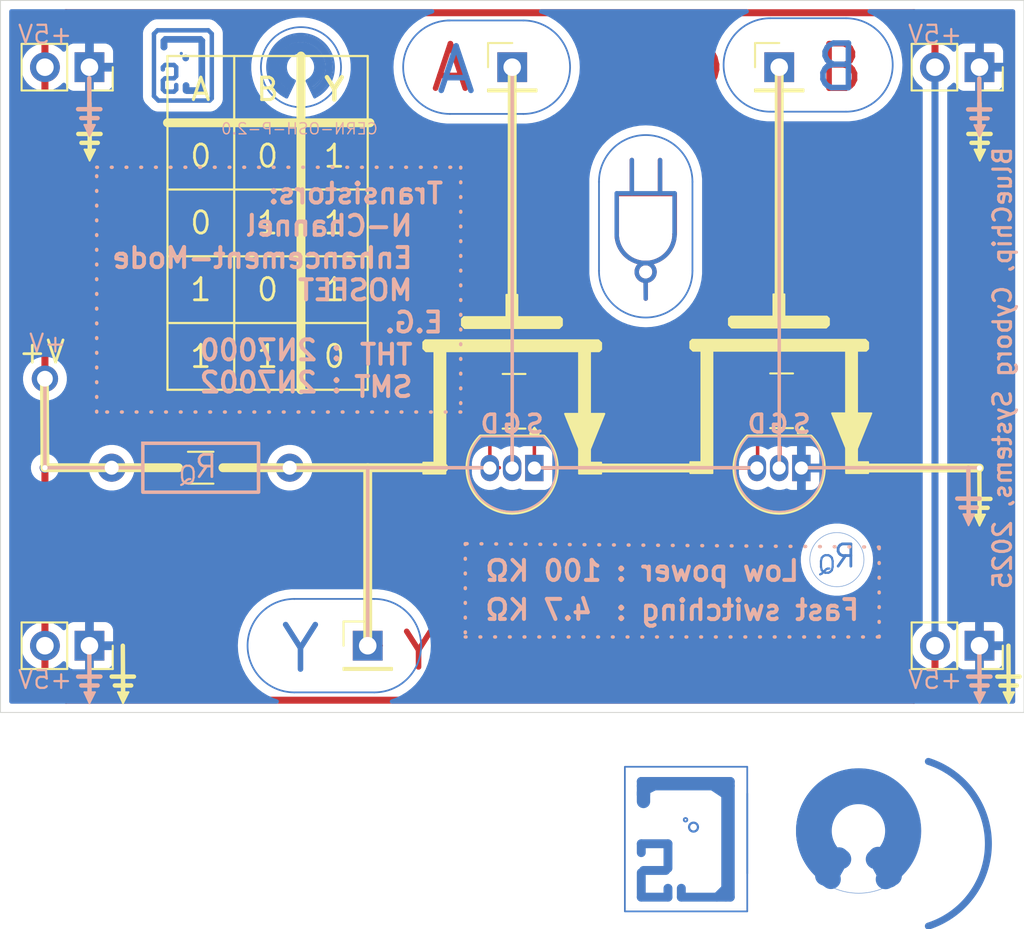
<source format=kicad_pcb>
(kicad_pcb (version 20241229) (generator "pcbnew") (generator_version "9.0")
  (layers (0 "F.Cu" signal) (2 "B.Cu" signal) (13 "F.Paste" user) (15 "B.Paste" user) (5 "F.SilkS" user "F.Silkscreen") (7 "B.SilkS" user "B.Silkscreen") (1 "F.Mask" user) (3 "B.Mask" user) (25 "Edge.Cuts" user))
  (net 0 "")
  (net 1 "Net-(A1-Pin_1)")
  (net 2 "Net-(B1-Pin_1)")
  (net 3 "GNDREF")
  (net 4 "VDD")
  (net 5 "Net-(Q13-D)")
  (net 6 "Net-(Q13-S)")
  (footprint "Connector_PinHeader_2.54mm:PinHeader_1x01_P2.54mm_Vertical" (layer "F.Cu") (at 242.561731 106.68329)
    (property "Reference" "B1" (hide yes))
    (property "Value" "Conn_01x01_Pin" (hide yes))
    (fp_line (start -1.38 -1.38) (end 0 -1.38) (stroke (width 0.12)) (layer "F.SilkS"))
    (fp_line (start -1.38 0) (end -1.38 -1.38) (stroke (width 0.12)) (layer "F.SilkS"))
    (fp_line (start -1.38 1.27) (end -1.38 1.38) (stroke (width 0.12)) (layer "F.SilkS"))
    (fp_line (start -1.38 1.27) (end 1.38 1.27) (stroke (width 0.12)) (layer "F.SilkS"))
    (fp_line (start -1.38 1.38) (end 1.38 1.38) (stroke (width 0.12)) (layer "F.SilkS"))
    (fp_line (start 1.38 1.27) (end 1.38 1.38) (stroke (width 0.12)) (layer "F.SilkS"))
    (pad "1" thru_hole rect (at 0 0) (size 1.7 1.7) (drill 1) (layers "*.Cu" "*.Mask") (net 2 "Net-(B1-Pin_1)"))
  )
  (footprint "Connector_PinHeader_2.54mm:PinHeader_1x01_P2.54mm_Vertical" (layer "F.Cu") (at 227.321731 106.68329)
    (property "Reference" "A1" (hide yes))
    (property "Value" "Conn_01x01_Pin" (hide yes))
    (fp_line (start -1.38 -1.38) (end 0 -1.38) (stroke (width 0.12)) (layer "F.SilkS"))
    (fp_line (start -1.38 0) (end -1.38 -1.38) (stroke (width 0.12)) (layer "F.SilkS"))
    (fp_line (start -1.38 1.27) (end -1.38 1.38) (stroke (width 0.12)) (layer "F.SilkS"))
    (fp_line (start -1.38 1.27) (end 1.38 1.27) (stroke (width 0.12)) (layer "F.SilkS"))
    (fp_line (start -1.38 1.38) (end 1.38 1.38) (stroke (width 0.12)) (layer "F.SilkS"))
    (fp_line (start 1.38 1.27) (end 1.38 1.38) (stroke (width 0.12)) (layer "F.SilkS"))
    (pad "1" thru_hole rect (at 0 0) (size 1.7 1.7) (drill 1) (layers "*.Cu" "*.Mask") (net 1 "Net-(A1-Pin_1)"))
  )
  (footprint "Package_TO_SOT_THT:TO-92_Inline" (layer "F.Cu") (at 228.586283 129.561263 180)
    (property "Reference" "Q3" (hide yes))
    (property "Value" "2N7000" (hide yes))
    (fp_line (start -0.53 1.85) (end 3.07 1.85) (stroke (width 0.12)) (layer "F.SilkS"))
    (fp_arc (start 1.27 -2.6) (mid 3.672087 -0.994977) (end 3.108478 1.838478) (stroke (width 0.12)) (layer "F.SilkS"))
    (fp_arc (start -0.568478 1.838478) (mid -1.132087 -0.994977) (end 1.27 -2.6) (stroke (width 0.12)) (layer "F.SilkS"))
    (pad "1" thru_hole rect (at 0 0 180) (size 1.05 1.5) (drill 0.75) (layers "*.Cu" "*.Mask") (net 6 "Net-(Q13-S)"))
    (pad "2" thru_hole oval (at 1.27 0 180) (size 1.05 1.5) (drill 0.75) (layers "*.Cu" "*.Mask") (net 1 "Net-(A1-Pin_1)"))
    (pad "3" thru_hole oval (at 2.54 0 180) (size 1.05 1.5) (drill 0.75) (layers "*.Cu" "*.Mask") (net 5 "Net-(Q13-D)"))
  )
  (footprint "Connector_PinSocket_2.54mm:PinSocket_1x02_P2.54mm_Vertical" (layer "F.Cu") (at 203.191731 106.68329 -90)
    (property "Reference" "J1" (hide yes))
    (property "Value" "Conn_01x02_Pin" (hide yes))
    (fp_line (start -1.33 3.87) (end 1.33 3.87) (stroke (width 0.12)) (layer "F.SilkS"))
    (fp_line (start -1.33 1.270001) (end -1.33 3.87) (stroke (width 0.12)) (layer "F.SilkS"))
    (fp_line (start -1.33 1.270001) (end 1.33 1.270001) (stroke (width 0.12)) (layer "F.SilkS"))
    (fp_line (start 1.33 1.270001) (end 1.33 3.87) (stroke (width 0.12)) (layer "F.SilkS"))
    (fp_line (start 0 -1.33) (end 1.33 -1.33) (stroke (width 0.12)) (layer "F.SilkS"))
    (fp_line (start 1.33 -1.33) (end 1.33 0) (stroke (width 0.12)) (layer "F.SilkS"))
    (pad "1" thru_hole rect (at 0 0 270) (size 1.7 1.7) (drill 1) (layers "*.Cu" "*.Mask") (net 3 "GNDREF"))
    (pad "2" thru_hole circle (at 0 2.54 270) (size 1.7 1.7) (drill 1) (layers "*.Cu" "*.Mask") (net 4 "VDD"))
  )
  (footprint "Resistor_THT:R_Axial_DIN0207_L6.3mm_D2.5mm_P10.16mm_Horizontal" (layer "F.Cu") (at 204.461731 129.54329)
    (property "Reference" "R5" (hide yes))
    (property "Value" "R" (hide yes))
    (fp_line (start 1.04 0) (end 1.81 0) (stroke (width 0.12)) (layer "F.SilkS"))
    (fp_line (start 1.81 -1.37) (end 1.81 1.37) (stroke (width 0.12)) (layer "F.SilkS"))
    (fp_line (start 1.81 1.37) (end 8.35 1.37) (stroke (width 0.12)) (layer "F.SilkS"))
    (fp_line (start 8.35 -1.37) (end 1.81 -1.37) (stroke (width 0.12)) (layer "F.SilkS"))
    (fp_line (start 8.35 1.37) (end 8.35 -1.37) (stroke (width 0.12)) (layer "F.SilkS"))
    (fp_line (start 9.12 0) (end 8.35 0) (stroke (width 0.12)) (layer "F.SilkS"))
    (pad "1" thru_hole circle (at 0 0) (size 1.6 1.6) (drill 0.8) (layers "*.Cu" "*.Mask") (net 4 "VDD"))
    (pad "2" thru_hole oval (at 10.16 0) (size 1.6 1.6) (drill 0.8) (layers "*.Cu" "*.Mask") (net 5 "Net-(Q13-D)"))
  )
  (footprint "Package_TO_SOT_SMD:SOT-23" (layer "F.Cu") (at 242.698473 125.722971 180)
    (property "Reference" "Q14" (hide yes))
    (property "Value" "2N7000" (hide yes))
    (fp_line (start 0 1.56) (end 0.65 1.56) (stroke (width 0.12)) (layer "F.SilkS"))
    (fp_line (start 0 1.56) (end -0.65 1.56) (stroke (width 0.12)) (layer "F.SilkS"))
    (fp_line (start 0 -1.56) (end 0.65 -1.56) (stroke (width 0.12)) (layer "F.SilkS"))
    (fp_line (start 0 -1.56) (end -0.65 -1.56) (stroke (width 0.12)) (layer "F.SilkS"))
    (fp_poly (pts (xy -1.1625 -1.51) (xy -1.4025 -1.84) (xy -0.9225 -1.84)) (stroke (width 0.12)) (fill yes) (layer "F.SilkS"))
    (pad "1" smd roundrect (at -0.9375 -0.95 180) (size 1.475 0.6) (layers "F.Cu" "F.Mask" "F.Paste") (net 3 "GNDREF"))
    (pad "2" smd roundrect (at -0.9375 0.95 180) (size 1.475 0.6) (layers "F.Cu" "F.Mask" "F.Paste") (net 2 "Net-(B1-Pin_1)"))
    (pad "3" smd roundrect (at 0.9375 0 180) (size 1.475 0.6) (layers "F.Cu" "F.Mask" "F.Paste") (net 6 "Net-(Q13-S)"))
  )
  (footprint "Connector_PinSocket_2.54mm:PinSocket_1x02_P2.54mm_Vertical" (layer "F.Cu") (at 253.991731 139.70329 -90)
    (property "Reference" "J3" (hide yes))
    (property "Value" "Conn_01x02_Pin" (hide yes))
    (fp_line (start -1.33 3.87) (end 1.33 3.87) (stroke (width 0.12)) (layer "F.SilkS"))
    (fp_line (start -1.33 1.270001) (end -1.33 3.87) (stroke (width 0.12)) (layer "F.SilkS"))
    (fp_line (start -1.33 1.270001) (end 1.33 1.270001) (stroke (width 0.12)) (layer "F.SilkS"))
    (fp_line (start 1.33 1.270001) (end 1.33 3.87) (stroke (width 0.12)) (layer "F.SilkS"))
    (fp_line (start 0 -1.33) (end 1.33 -1.33) (stroke (width 0.12)) (layer "F.SilkS"))
    (fp_line (start 1.33 -1.33) (end 1.33 0) (stroke (width 0.12)) (layer "F.SilkS"))
    (pad "1" thru_hole rect (at 0 0 270) (size 1.7 1.7) (drill 1) (layers "*.Cu" "*.Mask") (net 3 "GNDREF"))
    (pad "2" thru_hole circle (at 0 2.54 270) (size 1.7 1.7) (drill 1) (layers "*.Cu" "*.Mask") (net 4 "VDD"))
  )
  (footprint "Connector_PinSocket_2.54mm:PinSocket_1x02_P2.54mm_Vertical" (layer "F.Cu") (at 253.991731 106.68329 -90)
    (property "Reference" "J4" (hide yes))
    (property "Value" "Conn_01x02_Pin" (hide yes))
    (fp_line (start -1.33 3.87) (end 1.33 3.87) (stroke (width 0.12)) (layer "F.SilkS"))
    (fp_line (start -1.33 1.270001) (end -1.33 3.87) (stroke (width 0.12)) (layer "F.SilkS"))
    (fp_line (start -1.33 1.270001) (end 1.33 1.270001) (stroke (width 0.12)) (layer "F.SilkS"))
    (fp_line (start 1.33 1.270001) (end 1.33 3.87) (stroke (width 0.12)) (layer "F.SilkS"))
    (fp_line (start 0 -1.33) (end 1.33 -1.33) (stroke (width 0.12)) (layer "F.SilkS"))
    (fp_line (start 1.33 -1.33) (end 1.33 0) (stroke (width 0.12)) (layer "F.SilkS"))
    (pad "1" thru_hole rect (at 0 0 270) (size 1.7 1.7) (drill 1) (layers "*.Cu" "*.Mask") (net 3 "GNDREF"))
    (pad "2" thru_hole circle (at 0 2.54 270) (size 1.7 1.7) (drill 1) (layers "*.Cu" "*.Mask") (net 4 "VDD"))
  )
  (footprint "Connector_PinHeader_2.54mm:PinHeader_1x01_P2.54mm_Vertical" (layer "F.Cu") (at 219.074705 139.702504)
    (property "Reference" "Y1" (hide yes))
    (property "Value" "Conn_01x01_Pin" (hide yes))
    (fp_line (start -1.38 -1.38) (end 0 -1.38) (stroke (width 0.12)) (layer "F.SilkS"))
    (fp_line (start -1.38 0) (end -1.38 -1.38) (stroke (width 0.12)) (layer "F.SilkS"))
    (fp_line (start -1.38 1.27) (end -1.38 1.38) (stroke (width 0.12)) (layer "F.SilkS"))
    (fp_line (start -1.38 1.27) (end 1.38 1.27) (stroke (width 0.12)) (layer "F.SilkS"))
    (fp_line (start -1.38 1.38) (end 1.38 1.38) (stroke (width 0.12)) (layer "F.SilkS"))
    (fp_line (start 1.38 1.27) (end 1.38 1.38) (stroke (width 0.12)) (layer "F.SilkS"))
    (pad "1" thru_hole rect (at 0 0) (size 1.7 1.7) (drill 1) (layers "*.Cu" "*.Mask") (net 5 "Net-(Q13-D)"))
  )
  (footprint "Package_TO_SOT_THT:TO-92_Inline" (layer "F.Cu") (at 243.826283 129.561263 180)
    (property "Reference" "Q4" (hide yes))
    (property "Value" "2N7000" (hide yes))
    (fp_line (start -0.53 1.85) (end 3.07 1.85) (stroke (width 0.12)) (layer "F.SilkS"))
    (fp_arc (start 1.27 -2.6) (mid 3.672087 -0.994977) (end 3.108478 1.838478) (stroke (width 0.12)) (layer "F.SilkS"))
    (fp_arc (start -0.568478 1.838478) (mid -1.132087 -0.994977) (end 1.27 -2.6) (stroke (width 0.12)) (layer "F.SilkS"))
    (pad "1" thru_hole rect (at 0 0 180) (size 1.05 1.5) (drill 0.75) (layers "*.Cu" "*.Mask") (net 3 "GNDREF"))
    (pad "2" thru_hole oval (at 1.27 0 180) (size 1.05 1.5) (drill 0.75) (layers "*.Cu" "*.Mask") (net 2 "Net-(B1-Pin_1)"))
    (pad "3" thru_hole oval (at 2.54 0 180) (size 1.05 1.5) (drill 0.75) (layers "*.Cu" "*.Mask") (net 6 "Net-(Q13-S)"))
  )
  (footprint "Connector_PinSocket_2.54mm:PinSocket_1x02_P2.54mm_Vertical" (layer "F.Cu") (at 203.191731 139.70329 -90)
    (property "Reference" "J2" (hide yes))
    (property "Value" "Conn_01x02_Pin" (hide yes))
    (fp_line (start -1.33 3.87) (end 1.33 3.87) (stroke (width 0.12)) (layer "F.SilkS"))
    (fp_line (start -1.33 1.270001) (end -1.33 3.87) (stroke (width 0.12)) (layer "F.SilkS"))
    (fp_line (start -1.33 1.270001) (end 1.33 1.270001) (stroke (width 0.12)) (layer "F.SilkS"))
    (fp_line (start 1.33 1.270001) (end 1.33 3.87) (stroke (width 0.12)) (layer "F.SilkS"))
    (fp_line (start 0 -1.33) (end 1.33 -1.33) (stroke (width 0.12)) (layer "F.SilkS"))
    (fp_line (start 1.33 -1.33) (end 1.33 0) (stroke (width 0.12)) (layer "F.SilkS"))
    (pad "1" thru_hole rect (at 0 0 270) (size 1.7 1.7) (drill 1) (layers "*.Cu" "*.Mask") (net 3 "GNDREF"))
    (pad "2" thru_hole circle (at 0 2.54 270) (size 1.7 1.7) (drill 1) (layers "*.Cu" "*.Mask") (net 4 "VDD"))
  )
  (footprint "Resistor_SMD:R_1206_3216Metric" (layer "F.Cu") (at 209.541731 129.54329)
    (property "Reference" "R15" (hide yes))
    (property "Value" "R" (hide yes))
    (fp_line (start -0.727064 -0.91) (end 0.727064 -0.91) (stroke (width 0.12)) (layer "F.SilkS"))
    (fp_line (start -0.727064 0.91) (end 0.727064 0.91) (stroke (width 0.12)) (layer "F.SilkS"))
    (pad "1" smd roundrect (at -1.4625 0) (size 1.125 1.75) (layers "F.Cu" "F.Mask" "F.Paste") (roundrect_rratio 0.222222) (net 4 "VDD"))
    (pad "2" smd roundrect (at 1.4625 0) (size 1.125 1.75) (layers "F.Cu" "F.Mask" "F.Paste") (roundrect_rratio 0.222222) (net 5 "Net-(Q13-D)"))
  )
  (footprint "Package_TO_SOT_SMD:SOT-23" (layer "F.Cu") (at 227.427779 125.751263 180)
    (property "Reference" "Q13" (hide yes))
    (property "Value" "2N7000" (hide yes))
    (fp_line (start 0 1.56) (end 0.65 1.56) (stroke (width 0.12)) (layer "F.SilkS"))
    (fp_line (start 0 1.56) (end -0.65 1.56) (stroke (width 0.12)) (layer "F.SilkS"))
    (fp_line (start 0 -1.56) (end 0.65 -1.56) (stroke (width 0.12)) (layer "F.SilkS"))
    (fp_line (start 0 -1.56) (end -0.65 -1.56) (stroke (width 0.12)) (layer "F.SilkS"))
    (fp_poly (pts (xy -1.1625 -1.51) (xy -1.4025 -1.84) (xy -0.9225 -1.84)) (stroke (width 0.12)) (fill yes) (layer "F.SilkS"))
    (pad "1" smd roundrect (at -0.9375 -0.95 180) (size 1.475 0.6) (layers "F.Cu" "F.Mask" "F.Paste") (net 6 "Net-(Q13-S)"))
    (pad "2" smd roundrect (at -0.9375 0.95 180) (size 1.475 0.6) (layers "F.Cu" "F.Mask" "F.Paste") (net 1 "Net-(A1-Pin_1)"))
    (pad "3" smd roundrect (at 0.9375 0 180) (size 1.475 0.6) (layers "F.Cu" "F.Mask" "F.Paste") (net 5 "Net-(Q13-D)"))
  )
  (gr_line (start 234.937036 118.87529) (end 234.942026 119.89129) (stroke (width 0.254)) (layer "F.Cu"))
  (gr_line (start 235.756485 113.740613) (end 235.756485 111.983392) (stroke (width 0.254)) (layer "F.Cu"))
  (gr_circle (center 234.937036 118.36729) (end 235.445036 118.36729) (stroke (width 0.254)) (fill no) (layer "F.Cu"))
  (gr_arc (start 236.588036 116.20829) (mid 234.937036 117.85929) (end 233.286036 116.20829) (stroke (width 0.254)) (layer "F.Cu"))
  (gr_line (start 234.147336 113.740613) (end 234.147336 111.983392) (stroke (width 0.254)) (layer "F.Cu"))
  (gr_line (start 228.259169 138.176) (end 237.947649 138.176) (stroke (width 0.254)) (layer "F.Cu"))
  (gr_line (start 239.767731 147.70429) (end 234.687731 147.70429) (stroke (width 0.508)) (layer "B.Cu"))
  (gr_circle (center 248.837574 152.95076) (end 248.888374 152.97616) (stroke (width 0.508)) (fill no) (layer "B.Cu"))
  (gr_arc (start 214.883705 142.366214) (mid 212.216689 139.699224) (end 214.883705 137.032214) (stroke (width 0.1)) (layer "B.Cu"))
  (gr_arc (start 227.956731 104.01629) (mid 230.623768 106.683332) (end 227.956731 109.35029) (stroke (width 0.1)) (layer "B.Cu"))
  (gr_arc (start 245.607153 153.397744) (mid 247.09715 146.811016) (end 248.532958 153.409764) (stroke (width 0.2)) (layer "B.Cu"))
  (gr_circle (center 248.515214 153.31687) (end 248.515214 153.31687) (stroke (width 0.254)) (fill no) (layer "B.Cu"))
  (gr_line (start 234.687731 151.00629) (end 234.687731 151.51429) (stroke (width 0.508)) (layer "B.Cu"))
  (gr_circle (center 245.853685 134.789745) (end 244.342141 135.109688) (stroke (width 0.0254)) (fill no) (layer "B.Cu"))
  (gr_line (start 236.211731 151.00629) (end 236.211731 152.40329) (stroke (width 0.508)) (layer "B.Cu"))
  (gr_line (start 239.767731 147.45029) (end 239.767731 154.05429) (stroke (width 0.508)) (layer "B.Cu"))
  (gr_arc (start 214.50302 108.080261) (mid 215.230079 105.105729) (end 215.97841 108.074969) (stroke (width 0.127)) (layer "B.Cu"))
  (gr_arc (start 214.42682 108.156461) (mid 215.295506 105.002154) (end 215.948614 108.208042) (stroke (width 0.127)) (layer "B.Cu"))
  (gr_circle (center 245.1725 152.833745) (end 245.2233 152.859145) (stroke (width 0.508)) (fill no) (layer "B.Cu"))
  (gr_circle (center 248.063975 151.887874) (end 248.114775 151.913274) (stroke (width 0.508)) (fill no) (layer "B.Cu"))
  (gr_line (start 246.371731 103.88929) (end 242.053731 103.88929) (stroke (width 0.1)) (layer "B.Cu"))
  (gr_circle (center 237.670137 150.057079) (end 237.924137 150.057079) (stroke (width 0.127)) (fill no) (layer "B.Cu"))
  (gr_circle (center 237.215121 149.6377) (end 237.316721 149.6377) (stroke (width 0.1016)) (fill no) (layer "B.Cu"))
  (gr_line (start 239.767731 147.45029) (end 234.687731 147.45029) (stroke (width 0.508)) (layer "B.Cu"))
  (gr_arc (start 214.549821 107.873699) (mid 215.261015 105.311817) (end 215.860673 107.902076) (stroke (width 0.127)) (layer "B.Cu"))
  (gr_arc (start 251.074944 146.307323) (mid 254.499735 151.006292) (end 251.074961 155.705269) (stroke (width 0.4)) (layer "B.Cu"))
  (gr_circle (center 248.200531 151.742888) (end 248.251331 151.768288) (stroke (width 0.508)) (fill no) (layer "B.Cu"))
  (gr_line (start 232.275026 113.22379) (end 232.275026 118.30379) (stroke (width 0.1)) (layer "B.Cu"))
  (gr_arc (start 214.45222 108.410461) (mid 215.232508 104.785059) (end 216.039962 108.404504) (stroke (width 0.127)) (layer "B.Cu"))
  (gr_line (start 214.874154 107.472674) (end 214.445333 108.37219) (stroke (width 0.2)) (layer "B.Cu"))
  (gr_arc (start 232.275026 113.22379) (mid 234.942026 110.55679) (end 237.609026 113.22379) (stroke (width 0.1)) (layer "B.Cu"))
  (gr_arc (start 214.68082 107.673861) (mid 215.203652 105.548641) (end 215.842413 107.64198) (stroke (width 0.127)) (layer "B.Cu"))
  (gr_arc (start 245.27741 152.05622) (mid 247.095686 147.72973) (end 248.870405 152.074275) (stroke (width 2.032)) (layer "B.Cu"))
  (gr_circle (center 245.382152 152.936133) (end 245.432952 152.961533) (stroke (width 0.508)) (fill no) (layer "B.Cu"))
  (gr_line (start 234.937036 118.87529) (end 234.942026 119.89129) (stroke (width 0.254)) (layer "B.Cu"))
  (gr_line (start 234.687731 154.05429) (end 234.687731 152.65729) (stroke (width 0.508)) (layer "B.Cu"))
  (gr_arc (start 246.371731 103.88929) (mid 249.038768 106.556332) (end 246.371731 109.22329) (stroke (width 0.1)) (layer "B.Cu"))
  (gr_circle (center 215.26502 106.683261) (end 212.97902 106.683261) (stroke (width 0.1)) (fill no) (layer "B.Cu"))
  (gr_arc (start 242.053731 109.22329) (mid 239.386768 106.556332) (end 242.053731 103.88929) (stroke (width 0.1)) (layer "B.Cu"))
  (gr_line (start 234.814731 148.08529) (end 234.814731 148.59329) (stroke (width 0.762)) (layer "B.Cu"))
  (gr_arc (start 214.75702 107.445261) (mid 215.224353 105.785861) (end 215.717417 107.437804) (stroke (width 0.127)) (layer "B.Cu"))
  (gr_line (start 223.765731 109.35029) (end 227.956731 109.35029) (stroke (width 0.1)) (layer "B.Cu"))
  (gr_line (start 227.956731 104.01629) (end 223.638731 104.01629) (stroke (width 0.1)) (layer "B.Cu"))
  (gr_line (start 247.946531 151.946088) (end 248.556131 153.114488) (stroke (width 0.508)) (layer "B.Cu"))
  (gr_arc (start 214.60462 107.750061) (mid 215.13687 105.448044) (end 216.025333 107.637426) (stroke (width 0.127)) (layer "B.Cu"))
  (gr_line (start 235.761475 113.891255) (end 235.761475 111.981402) (stroke (width 0.254)) (layer "B.Cu"))
  (gr_line (start 215.630291 107.467949) (end 216.05242 108.359661) (stroke (width 0.2)) (layer "B.Cu"))
  (gr_line (start 240.737078 148.13613) (end 240.737078 152.70813) (stroke (width 0.1)) (layer "B.Cu"))
  (gr_arc (start 214.60462 107.793347) (mid 215.175907 105.349001) (end 215.84679 107.767941) (stroke (width 0.127)) (layer "B.Cu"))
  (gr_line (start 219.455705 142.366214) (end 214.883705 142.366214) (stroke (width 0.1)) (layer "B.Cu"))
  (gr_arc (start 219.455705 137.032214) (mid 222.122689 139.699224) (end 219.455705 142.366214) (stroke (width 0.1)) (layer "B.Cu"))
  (gr_circle (center 208.434772 105.897032) (end 208.510972 105.897032) (stroke (width 0.0254)) (fill yes) (layer "B.Cu"))
  (gr_line (start 238.751731 147.70429) (end 239.513731 148.21229) (stroke (width 0.508)) (layer "B.Cu"))
  (gr_line (start 237.609026 118.30379) (end 237.609026 113.22379) (stroke (width 0.1)) (layer "B.Cu"))
  (gr_line (start 242.053731 109.22329) (end 246.371731 109.22329) (stroke (width 0.1)) (layer "B.Cu"))
  (gr_circle (center 248.632331 153.038288) (end 248.683131 153.063688) (stroke (width 0.508)) (fill no) (layer "B.Cu"))
  (gr_line (start 236.084731 152.53029) (end 234.814731 152.53029) (stroke (width 0.508)) (layer "B.Cu"))
  (gr_circle (center 245.972103 151.770859) (end 246.022903 151.796259) (stroke (width 0.508)) (fill no) (layer "B.Cu"))
  (gr_line (start 239.005731 154.05429) (end 239.513731 153.54629) (stroke (width 0.508)) (layer "B.Cu"))
  (gr_arc (start 223.765731 109.35029) (mid 221.098768 106.683332) (end 223.765731 104.01629) (stroke (width 0.1)) (layer "B.Cu"))
  (gr_line (start 214.883705 137.032214) (end 219.455705 137.032214) (stroke (width 0.1)) (layer "B.Cu"))
  (gr_arc (start 236.588036 116.20829) (mid 234.937036 117.85929) (end 233.286036 116.20829) (stroke (width 0.254)) (layer "B.Cu"))
  (gr_circle (center 246.108621 151.882998) (end 246.159421 151.908398) (stroke (width 0.508)) (fill no) (layer "B.Cu"))
  (gr_line (start 234.687731 147.45029) (end 234.687731 148.21229) (stroke (width 0.508)) (layer "B.Cu"))
  (gr_line (start 239.513731 153.54629) (end 239.513731 147.95829) (stroke (width 0.508)) (layer "B.Cu"))
  (gr_line (start 239.767731 154.05429) (end 236.973731 154.05429) (stroke (width 0.508)) (layer "B.Cu"))
  (gr_rect (start 233.752078 146.61213) (end 240.737078 154.86713) (stroke (width 0.1)) (fill no) (layer "B.Cu"))
  (gr_line (start 234.941731 147.70429) (end 234.941731 148.21229) (stroke (width 0.508)) (layer "B.Cu"))
  (gr_line (start 234.687731 151.00629) (end 236.211731 151.00629) (stroke (width 0.508)) (layer "B.Cu"))
  (gr_circle (center 248.996845 152.843496) (end 249.047645 152.868896) (stroke (width 0.508)) (fill no) (layer "B.Cu"))
  (gr_arc (start 214.75702 107.63734) (mid 215.248008 105.616441) (end 215.68893 107.648886) (stroke (width 0.127)) (layer "B.Cu"))
  (gr_line (start 236.211731 154.05429) (end 234.687731 154.05429) (stroke (width 0.508)) (layer "B.Cu"))
  (gr_line (start 236.211731 153.54629) (end 236.211731 154.05429) (stroke (width 0.508)) (layer "B.Cu"))
  (gr_line (start 236.973731 153.54629) (end 236.973731 154.05429) (stroke (width 0.508)) (layer "B.Cu"))
  (gr_arc (start 214.55382 108.004061) (mid 215.237179 105.195571) (end 215.924885 108.003037) (stroke (width 0.127)) (layer "B.Cu"))
  (gr_line (start 234.152326 113.891255) (end 234.152326 111.977432) (stroke (width 0.254)) (layer "B.Cu"))
  (gr_line (start 235.449731 147.70429) (end 234.941731 147.95829) (stroke (width 0.508)) (layer "B.Cu"))
  (gr_arc (start 214.75702 107.568683) (mid 215.210861 105.678376) (end 215.74762 107.54686) (stroke (width 0.127)) (layer "B.Cu"))
  (gr_circle (center 245.513794 153.02877) (end 245.564594 153.05417) (stroke (width 0.508)) (fill no) (layer "B.Cu"))
  (gr_arc (start 214.887714 107.445705) (mid 215.201685 105.844323) (end 215.658926 107.410821) (stroke (width 0.127)) (layer "B.Cu"))
  (gr_arc (start 237.609026 118.30379) (mid 234.942026 120.97079) (end 232.275026 118.30379) (stroke (width 0.1)) (layer "B.Cu"))
  (gr_arc (start 214.40142 108.258061) (mid 215.273378 104.903216) (end 215.988973 108.294825) (stroke (width 0.127)) (layer "B.Cu"))
  (gr_line (start 246.270131 151.920688) (end 245.584331 153.139888) (stroke (width 0.508)) (layer "B.Cu"))
  (gr_circle (center 234.937036 118.36729) (end 235.445036 118.36729) (stroke (width 0.254)) (fill no) (layer "B.Cu"))
  (gr_circle (center 208.687022 106.158719) (end 208.687022 106.031719) (stroke (width 0.127)) (fill yes) (layer "B.Cu"))
  (gr_line (start 239.513731 147.45029) (end 239.513731 154.05429) (stroke (width 0.508)) (layer "B.Cu"))
  (gr_circle (center 245.637845 153.302861) (end 245.637845 153.302861) (stroke (width 0.254)) (fill no) (layer "B.Cu"))
  (gr_circle (center 247.095695 150.26972) (end 243.535977 150.279471) (stroke (width 0.0254)) (fill no) (layers "B.Cu" "B.Mask"))
  (gr_line (start 242.556284 120.036263) (end 242.561731 106.68329) (stroke (width 0.508)) (layer "F.SilkS"))
  (gr_line (start 255.008026 141.46578) (end 256.278026 141.46578) (stroke (width 0.254)) (layer "F.SilkS"))
  (gr_line (start 253.711478 111.38229) (end 254.317189 111.38229) (stroke (width 0.1)) (layer "F.SilkS"))
  (gr_line (start 205.115981 142.7668) (end 205.097026 139.70329) (stroke (width 0.254)) (layer "F.SilkS"))
  (gr_line (start 253.982253 129.561263) (end 247.636284 129.561263) (stroke (width 0.508)) (layer "F.SilkS"))
  (gr_line (start 255.654682 142.98978) (end 255.362773 142.35478) (stroke (width 0.1)) (layer "F.SilkS"))
  (gr_line (start 202.737005 111.00129) (end 203.668351 111.00129) (stroke (width 0.254)) (layer "F.SilkS"))
  (gr_line (start 205.422484 142.35478) (end 205.108682 142.98978) (stroke (width 0.1)) (layer "F.SilkS"))
  (gr_poly (pts (xy 224.605439 121.576458) (xy 224.446689 121.417708) (xy 224.446689 121.06052) (xy 224.565751 120.941458) (xy 226.986689 120.941458) (xy 226.986689 119.671458) (xy 227.621689 119.671458) (xy 227.621689 120.941458) (xy 230.042627 120.941458) (xy 230.161689 121.06052) (xy 230.161689 121.417708) (xy 230.002939 121.576458)) (stroke (width 0.1)) (fill yes) (layer "F.SilkS"))
  (gr_line (start 255.362773 142.35478) (end 255.968484 142.35478) (stroke (width 0.1)) (layer "F.SilkS"))
  (gr_poly (pts (xy 237.481731 129.856723) (xy 237.481731 129.221723) (xy 238.116731 129.221723) (xy 238.116731 122.871723) (xy 237.640481 122.871723) (xy 237.481731 122.712973) (xy 237.481731 122.355785) (xy 237.600793 122.236723) (xy 247.482981 122.236723) (xy 247.641731 122.395473) (xy 247.641731 122.752661) (xy 247.522669 122.871723) (xy 247.006731 122.871723) (xy 247.006731 129.221723) (xy 247.641731 129.221723) (xy 247.641731 129.856723) (xy 246.371731 129.856723) (xy 246.371731 122.871723) (xy 238.751731 122.871723) (xy 238.751731 129.856723)) (stroke (width 0.1)) (fill yes) (layer "F.SilkS"))
  (gr_line (start 253.828984 111.483343) (end 254.176032 111.483343) (stroke (width 0.2032)) (layer "F.SilkS"))
  (gr_line (start 255.546229 142.563946) (end 255.770026 142.560702) (stroke (width 0.1)) (layer "F.SilkS"))
  (gr_line (start 253.347253 131.323753) (end 254.617253 131.323753) (stroke (width 0.254)) (layer "F.SilkS"))
  (gr_line (start 203.028984 111.483343) (end 203.376032 111.483343) (stroke (width 0.2032)) (layer "F.SilkS"))
  (gr_line (start 255.661981 142.7668) (end 255.643026 139.70329) (stroke (width 0.254)) (layer "F.SilkS"))
  (gr_line (start 254.010686 111.79431) (end 253.991731 108.7308) (stroke (width 0.254)) (layer "F.SilkS"))
  (gr_poly (pts (xy 232.585186 126.463134) (xy 231.457883 129.249432) (xy 230.332729 126.463036)) (stroke (width 0.1)) (fill yes) (layer "F.SilkS"))
  (gr_line (start 204.934279 142.455833) (end 205.281327 142.455833) (stroke (width 0.2032)) (layer "F.SilkS"))
  (gr_line (start 253.993909 132.847753) (end 253.702 132.212753) (stroke (width 0.1)) (layer "F.SilkS"))
  (gr_line (start 253.885456 132.421919) (end 254.109253 132.418675) (stroke (width 0.1)) (layer "F.SilkS"))
  (gr_line (start 253.537005 111.00129) (end 254.468351 111.00129) (stroke (width 0.254)) (layer "F.SilkS"))
  (gr_line (start 204.816773 142.35478) (end 205.422484 142.35478) (stroke (width 0.1)) (layer "F.SilkS"))
  (gr_line (start 227.316284 120.036263) (end 227.321731 106.68329) (stroke (width 0.508)) (layer "F.SilkS"))
  (gr_line (start 205.108682 142.98978) (end 204.816773 142.35478) (stroke (width 0.1)) (layer "F.SilkS"))
  (gr_line (start 254.001208 132.624773) (end 253.982253 129.561263) (stroke (width 0.254)) (layer "F.SilkS"))
  (gr_line (start 208.271731 129.54329) (end 200.651731 129.54329) (stroke (width 0.508)) (layer "F.SilkS"))
  (gr_poly (pts (xy 222.242026 129.884432) (xy 222.242026 129.249432) (xy 222.877026 129.249432) (xy 222.877026 122.899432) (xy 222.400776 122.899432) (xy 222.242026 122.740682) (xy 222.242026 122.383494) (xy 222.361088 122.264432) (xy 232.243276 122.264432) (xy 232.402026 122.423182) (xy 232.402026 122.78037) (xy 232.282964 122.899432) (xy 231.767026 122.899432) (xy 231.767026 129.249432) (xy 232.402026 129.249432) (xy 232.402026 129.884432) (xy 231.132026 129.884432) (xy 231.132026 122.899432) (xy 223.512026 122.899432) (xy 223.512026 129.884432)) (stroke (width 0.1)) (fill yes) (layer "F.SilkS"))
  (gr_line (start 254.317189 111.38229) (end 254.003387 112.01729) (stroke (width 0.1)) (layer "F.SilkS"))
  (gr_line (start 253.894934 111.591456) (end 254.118731 111.588212) (stroke (width 0.1)) (layer "F.SilkS"))
  (gr_line (start 210.811731 129.54329) (end 223.418352 129.54329) (stroke (width 0.508)) (layer "F.SilkS"))
  (gr_line (start 203.094934 111.591456) (end 203.318731 111.588212) (stroke (width 0.1)) (layer "F.SilkS"))
  (gr_line (start 254.003387 112.01729) (end 253.711478 111.38229) (stroke (width 0.1)) (layer "F.SilkS"))
  (gr_line (start 255.1883 141.97378) (end 256.119646 141.97378) (stroke (width 0.254)) (layer "F.SilkS"))
  (gr_line (start 253.819506 132.313806) (end 254.166554 132.313806) (stroke (width 0.2032)) (layer "F.SilkS"))
  (gr_line (start 215.264705 106.045) (end 215.264705 125.095) (stroke (width 0.508)) (layer "F.SilkS"))
  (gr_line (start 255.968484 142.35478) (end 255.654682 142.98978) (stroke (width 0.1)) (layer "F.SilkS"))
  (gr_line (start 203.203387 112.01729) (end 202.911478 111.38229) (stroke (width 0.1)) (layer "F.SilkS"))
  (gr_line (start 204.6423 141.97378) (end 205.573646 141.97378) (stroke (width 0.254)) (layer "F.SilkS"))
  (gr_poly (pts (xy 239.845144 121.548749) (xy 239.686394 121.389999) (xy 239.686394 121.032811) (xy 239.805456 120.913749) (xy 242.226394 120.913749) (xy 242.226394 119.643749) (xy 242.861394 119.643749) (xy 242.861394 120.913749) (xy 245.282332 120.913749) (xy 245.401394 121.032811) (xy 245.401394 121.389999) (xy 245.242644 121.548749)) (stroke (width 0.1)) (fill yes) (layer "F.SilkS"))
  (gr_line (start 204.462026 141.46578) (end 205.732026 141.46578) (stroke (width 0.254)) (layer "F.SilkS"))
  (gr_line (start 207.644705 109.855) (end 219.201705 109.855) (stroke (width 0.508)) (layer "F.SilkS"))
  (gr_line (start 200.651731 129.54329) (end 200.621731 124.46329) (stroke (width 0.508)) (layer "F.SilkS"))
  (gr_line (start 202.556731 110.49329) (end 203.826731 110.49329) (stroke (width 0.254)) (layer "F.SilkS"))
  (gr_line (start 232.396284 129.561263) (end 237.481731 129.561263) (stroke (width 0.508)) (layer "F.SilkS"))
  (gr_line (start 253.356731 110.49329) (end 254.626731 110.49329) (stroke (width 0.254)) (layer "F.SilkS"))
  (gr_line (start 219.074705 129.541645) (end 219.074705 139.698355) (stroke (width 0.508)) (layer "F.SilkS"))
  (gr_line (start 253.702 132.212753) (end 254.307711 132.212753) (stroke (width 0.1)) (layer "F.SilkS"))
  (gr_line (start 205.000229 142.563946) (end 205.224026 142.560702) (stroke (width 0.1)) (layer "F.SilkS"))
  (gr_line (start 203.517189 111.38229) (end 203.203387 112.01729) (stroke (width 0.1)) (layer "F.SilkS"))
  (gr_line (start 253.527527 131.831753) (end 254.458873 131.831753) (stroke (width 0.254)) (layer "F.SilkS"))
  (gr_line (start 203.210686 111.79431) (end 203.191731 108.7308) (stroke (width 0.254)) (layer "F.SilkS"))
  (gr_poly (pts (xy 247.824891 126.435425) (xy 246.697588 129.221723) (xy 245.572434 126.435327)) (stroke (width 0.1)) (fill yes) (layer "F.SilkS"))
  (gr_line (start 255.480279 142.455833) (end 255.827327 142.455833) (stroke (width 0.2032)) (layer "F.SilkS"))
  (gr_line (start 202.911478 111.38229) (end 203.517189 111.38229) (stroke (width 0.1)) (layer "F.SilkS"))
  (gr_line (start 254.307711 132.212753) (end 253.993909 132.847753) (stroke (width 0.1)) (layer "F.SilkS"))
  (gr_line (start 203.083278 110.178946) (end 203.307075 110.175702) (stroke (width 0.1)) (layer "B.SilkS"))
  (gr_line (start 253.991731 110.62029) (end 253.699822 109.98529) (stroke (width 0.1)) (layer "B.SilkS"))
  (gr_poly (pts (xy 224.64439 133.879711) (xy 224.64439 139.203301) (xy 248.26639 139.203301) (xy 248.26639 134.073334)) (stroke (width 0.2) (type dot)) (fill no) (layer "B.SilkS"))
  (gr_line (start 203.191731 110.60478) (end 202.899822 109.96978) (stroke (width 0.1)) (layer "B.SilkS"))
  (gr_line (start 242.561732 129.54329) (end 242.561732 106.68329) (stroke (width 0.2)) (layer "B.SilkS"))
  (gr_arc (start 244.339732 127.76529) (mid 242.561732 132.057762) (end 240.783732 127.76529) (stroke (width 0.1)) (layer "B.SilkS"))
  (gr_line (start 254.001208 142.7668) (end 253.982253 139.70329) (stroke (width 0.254)) (layer "B.SilkS"))
  (gr_line (start 240.783732 127.76529) (end 244.339731 127.76529) (stroke (width 0.1)) (layer "B.SilkS"))
  (gr_line (start 202.547253 141.46578) (end 203.817253 141.46578) (stroke (width 0.254)) (layer "B.SilkS"))
  (gr_line (start 202.545075 109.08078) (end 203.815075 109.08078) (stroke (width 0.254)) (layer "B.SilkS"))
  (gr_line (start 253.194279 132.295833) (end 253.541327 132.295833) (stroke (width 0.2032)) (layer "B.SilkS"))
  (gr_line (start 241.291731 129.54329) (end 228.591731 129.54329) (stroke (width 0.2)) (layer "B.SilkS"))
  (gr_line (start 253.525349 109.60429) (end 254.456695 109.60429) (stroke (width 0.254)) (layer "B.SilkS"))
  (gr_line (start 253.817328 110.086343) (end 254.164376 110.086343) (stroke (width 0.2032)) (layer "B.SilkS"))
  (gr_line (start 203.505533 109.96978) (end 203.191731 110.60478) (stroke (width 0.1)) (layer "B.SilkS"))
  (gr_line (start 253.702 142.35478) (end 254.307711 142.35478) (stroke (width 0.1)) (layer "B.SilkS"))
  (gr_line (start 252.722026 131.30578) (end 253.992026 131.30578) (stroke (width 0.254)) (layer "B.SilkS"))
  (gr_line (start 202.902 142.35478) (end 203.507711 142.35478) (stroke (width 0.1)) (layer "B.SilkS"))
  (gr_line (start 254.307711 142.35478) (end 253.993909 142.98978) (stroke (width 0.1)) (layer "B.SilkS"))
  (gr_line (start 206.239731 129.54329) (end 200.651731 129.54329) (stroke (width 0.2)) (layer "B.SilkS"))
  (gr_line (start 225.543731 127.76529) (end 229.09973 127.76529) (stroke (width 0.1)) (layer "B.SilkS"))
  (gr_arc (start 229.099732 127.76529) (mid 227.321732 132.057762) (end 225.543732 127.76529) (stroke (width 0.1)) (layer "B.SilkS"))
  (gr_line (start 253.368682 132.82978) (end 253.076773 132.19478) (stroke (width 0.1)) (layer "B.SilkS"))
  (gr_line (start 253.347253 141.46578) (end 254.617253 141.46578) (stroke (width 0.254)) (layer "B.SilkS"))
  (gr_line (start 253.375981 132.6068) (end 253.357026 129.54329) (stroke (width 0.254)) (layer "B.SilkS"))
  (gr_line (start 226.051731 129.54329) (end 212.843731 129.54329) (stroke (width 0.2)) (layer "B.SilkS"))
  (gr_line (start 203.019506 142.455833) (end 203.366554 142.455833) (stroke (width 0.2032)) (layer "B.SilkS"))
  (gr_line (start 253.885456 142.563946) (end 254.109253 142.560702) (stroke (width 0.1)) (layer "B.SilkS"))
  (gr_line (start 202.727527 141.97378) (end 203.658873 141.97378) (stroke (width 0.254)) (layer "B.SilkS"))
  (gr_line (start 202.725349 109.58878) (end 203.656695 109.58878) (stroke (width 0.254)) (layer "B.SilkS"))
  (gr_line (start 253.682484 132.19478) (end 253.368682 132.82978) (stroke (width 0.1)) (layer "B.SilkS"))
  (gr_line (start 253.699822 109.98529) (end 254.305533 109.98529) (stroke (width 0.1)) (layer "B.SilkS"))
  (gr_line (start 203.085456 142.563946) (end 203.309253 142.560702) (stroke (width 0.1)) (layer "B.SilkS"))
  (gr_arc (start 229.099731 127.76529) (mid 227.321731 132.057762) (end 225.543731 127.76529) (stroke (width 0.1)) (layer "B.SilkS"))
  (gr_line (start 200.651731 129.54329) (end 200.651731 124.46329) (stroke (width 0.2)) (layer "B.SilkS"))
  (gr_line (start 253.992026 129.54329) (end 243.831731 129.54329) (stroke (width 0.2)) (layer "B.SilkS"))
  (gr_rect (start 206.239731 128.14629) (end 212.843731 130.94029) (stroke (width 0.2)) (fill no) (layer "B.SilkS"))
  (gr_line (start 253.076773 132.19478) (end 253.682484 132.19478) (stroke (width 0.1)) (layer "B.SilkS"))
  (gr_line (start 253.527527 141.97378) (end 254.458873 141.97378) (stroke (width 0.254)) (layer "B.SilkS"))
  (gr_line (start 253.819506 142.455833) (end 254.166554 142.455833) (stroke (width 0.2032)) (layer "B.SilkS"))
  (gr_line (start 203.201208 142.7668) (end 203.182253 139.70329) (stroke (width 0.254)) (layer "B.SilkS"))
  (gr_line (start 253.260229 132.403946) (end 253.484026 132.400702) (stroke (width 0.1)) (layer "B.SilkS"))
  (gr_line (start 227.321731 106.68329) (end 227.321731 129.54329) (stroke (width 0.2)) (layer "B.SilkS"))
  (gr_line (start 203.193909 142.98978) (end 202.902 142.35478) (stroke (width 0.1)) (layer "B.SilkS"))
  (gr_arc (start 244.339732 127.76529) (mid 242.561732 132.057762) (end 240.783732 127.76529) (stroke (width 0.1)) (layer "B.SilkS"))
  (gr_line (start 253.883278 110.194456) (end 254.107075 110.191212) (stroke (width 0.1)) (layer "B.SilkS"))
  (gr_rect (start 203.6062 112.395) (end 224.383211 126.365) (stroke (width 0.2) (type dot)) (fill no) (layer "B.SilkS"))
  (gr_line (start 253.345075 109.09629) (end 254.615075 109.09629) (stroke (width 0.254)) (layer "B.SilkS"))
  (gr_line (start 253.993909 142.98978) (end 253.702 142.35478) (stroke (width 0.1)) (layer "B.SilkS"))
  (gr_line (start 225.543732 127.76529) (end 229.099731 127.76529) (stroke (width 0.1)) (layer "B.SilkS"))
  (gr_line (start 202.899822 109.96978) (end 203.505533 109.96978) (stroke (width 0.1)) (layer "B.SilkS"))
  (gr_line (start 254.305533 109.98529) (end 253.991731 110.62029) (stroke (width 0.1)) (layer "B.SilkS"))
  (gr_line (start 240.783732 127.76529) (end 244.339731 127.76529) (stroke (width 0.1)) (layer "B.SilkS"))
  (gr_line (start 253.99903 110.39731) (end 253.980075 107.3338) (stroke (width 0.254)) (layer "B.SilkS"))
  (gr_line (start 219.074705 139.69671) (end 219.074705 129.53671) (stroke (width 0.2)) (layer "B.SilkS"))
  (gr_line (start 203.017328 110.070833) (end 203.364376 110.070833) (stroke (width 0.2032)) (layer "B.SilkS"))
  (gr_line (start 203.507711 142.35478) (end 203.193909 142.98978) (stroke (width 0.1)) (layer "B.SilkS"))
  (gr_line (start 252.9023 131.81378) (end 253.833646 131.81378) (stroke (width 0.254)) (layer "B.SilkS"))
  (gr_line (start 203.19903 110.3818) (end 203.180075 107.31829) (stroke (width 0.254)) (layer "B.SilkS"))
  (gr_rect (start 198.112026 102.87329) (end 256.532026 143.51329) (stroke (width 0.05)) (fill no) (layer "Edge.Cuts"))
  (gr_text "A" (at 222.495731 108.20729 0) (layer "F.Cu") (effects (font (size 2.54 2.54) (thickness 0.3175)) (justify left bottom)))
  (gr_text "Y = A & B" (at 220.896345 141.179108 0) (layer "F.Cu") (effects (font (size 2.032 2.032) (thickness 0.3175)) (justify left bottom)))
  (gr_text "B" (at 244.593731 108.20729 0) (layer "F.Cu") (effects (font (size 2.54 2.54) (thickness 0.3175)) (justify left bottom)))
  (gr_text "NAND" (at 231.131731 107.95329 0) (layer "F.Cu") (effects (font (size 2.032 2.032) (thickness 0.3175)) (justify left bottom)))
  (gr_text "A" (at 225.416731 108.33429 0) (layer "B.Cu") (effects (font (size 2.54 2.54) (thickness 0.3175)) (justify left bottom mirror)))
  (gr_text "B" (at 247.324119 108.173014 0) (layer "B.Cu") (effects (font (size 2.54 2.54) (thickness 0.3175)) (justify left bottom mirror)))
  (gr_text "Y" (at 216.534705 141.363344 0) (layer "B.Cu") (effects (font (size 2.54 2.54) (thickness 0.3175)) (justify left bottom mirror)))
  (gr_text "Q" (at 245.885498 135.667078 0) (layer "B.Cu") (effects (font (size 1 1) (thickness 0.127) (bold yes)) (justify left bottom mirror)))
  (gr_text "R" (at 247.057392 135.325207 0) (layer "B.Cu") (effects (font (size 1.27 1.27) (thickness 0.15875)) (justify left bottom mirror)))
  (gr_text "+V" (at 199.039457 123.682709 0) (layer "F.SilkS") (effects (font (size 1.27 1.27) (thickness 0.15875)) (justify left bottom)))
  (gr_text "R" (at 210.586625 130.217419 0) (layer "B.SilkS") (effects (font (size 1.27 1.27) (thickness 0.15875)) (justify left bottom mirror)))
  (gr_text "S" (at 244.466731 127.63829 0) (layer "B.SilkS") (effects (font (size 1.016 1.016) (thickness 0.2032) (bold yes)) (justify left bottom mirror)))
  (gr_text ": 2N7000\n: 2N7002" (at 217.715711 125.349 0) (layer "B.SilkS") (effects (font (size 1.143 1.143) (thickness 0.2286) (bold yes)) (justify left bottom mirror)))
  (gr_text "4.7 KΩ" (at 232.006973 138.324711 0) (layer "B.SilkS") (effects (font (size 1.143 1.143) (thickness 0.2286) (bold yes)) (justify left bottom mirror)))
  (gr_text "D" (at 226.686731 127.63829 0) (layer "B.SilkS") (effects (font (size 1.016 1.016) (thickness 0.2032) (bold yes)) (justify left bottom mirror)))
  (gr_text "+5V" (at 251.459705 142.24 0) (layer "B.SilkS") (effects (font (size 1.016 1.016) (thickness 0.127)) (justify bottom mirror)))
  (gr_text "BlueChip, Cyborg Systems, 2025" (at 255.897026 111.12829 90) (layer "B.SilkS") (effects (font (size 1.016 1.016) (thickness 0.1778) (bold yes)) (justify left bottom mirror)))
  (gr_text "CERN-OSH-P-2.0" (at 215.180531 110.56949 0) (layer "B.SilkS") (effects (font (size 0.635 0.635) (thickness 0.079375)) (justify bottom mirror)))
  (gr_text "+5V" (at 251.459705 105.41 0) (layer "B.SilkS") (effects (font (size 1.016 1.016) (thickness 0.127)) (justify bottom mirror)))
  (gr_text "S" (at 229.226731 127.63829 0) (layer "B.SilkS") (effects (font (size 1.016 1.016) (thickness 0.2032) (bold yes)) (justify left bottom mirror)))
  (gr_text "Transistors:\n  N-Channel\n  Enhancement-Mode\n  MOSFET\nE.G.\n  THT\n  SMT" (at 223.494211 125.603 0) (layer "B.SilkS") (effects (font (size 1.143 1.143) (thickness 0.2286) (bold yes)) (justify left bottom mirror)))
  (gr_text "Fast switching :" (at 247.246973 138.334516 0) (layer "B.SilkS") (effects (font (size 1.143 1.143) (thickness 0.2286) (bold yes)) (justify left bottom mirror)))
  (gr_text "G" (at 227.956731 127.63829 0) (layer "B.SilkS") (effects (font (size 1.016 1.016) (thickness 0.2032) (bold yes)) (justify left bottom mirror)))
  (gr_text "G" (at 243.196731 127.63829 0) (layer "B.SilkS") (effects (font (size 1.016 1.016) (thickness 0.2032) (bold yes)) (justify left bottom mirror)))
  (gr_text "D" (at 241.926731 127.63829 0) (layer "B.SilkS") (effects (font (size 1.016 1.016) (thickness 0.2032) (bold yes)) (justify left bottom mirror)))
  (gr_text "+5V" (at 200.659705 142.24 0) (layer "B.SilkS") (effects (font (size 1.016 1.016) (thickness 0.127)) (justify bottom mirror)))
  (gr_text "Q" (at 209.414731 130.55929 0) (layer "B.SilkS") (effects (font (size 1 1) (thickness 0.127) (bold yes)) (justify left bottom mirror)))
  (gr_text "+5V" (at 200.659705 105.41 0) (layer "B.SilkS") (effects (font (size 1.016 1.016) (thickness 0.127)) (justify bottom mirror)))
  (gr_text "Low power : 100 KΩ" (at 243.817171 136.099116 0) (layer "B.SilkS") (effects (font (size 1.143 1.143) (thickness 0.2286) (bold yes)) (justify left bottom mirror)))
  (gr_text "+V" (at 201.958398 123.037269 0) (layer "B.SilkS") (effects (font (size 1.016 1.016) (thickness 0.127)) (justify left bottom mirror)))
  (table (column_count 3) (layer "F.SilkS") (border (external yes) (header yes) (stroke (width 0.127))) (separators (rows yes) (cols yes) (stroke (width 0.127))) (column_widths 3.81 3.81 3.81) (row_heights 3.81 3.81 3.81 3.81 3.81) (cells (table_cell "A" (start 207.644705 106.045) (end 211.454705 109.855) (margins 1.016 1.016 1.016 1.016) (span 1 1) (layer "F.SilkS") (effects (font (size 1.27 1.27) (thickness 0.1778) (bold yes)))) (table_cell "B" (start 211.454705 106.045) (end 215.264705 109.855) (margins 1.016 1.016 1.016 1.016) (span 1 1) (layer "F.SilkS") (effects (font (size 1.27 1.27) (thickness 0.1778) (bold yes)))) (table_cell "Y" (start 215.264705 106.045) (end 219.074705 109.855) (margins 1.016 1.016 1.016 1.016) (span 1 1) (layer "F.SilkS") (effects (font (size 1.27 1.27) (bold yes)))) (table_cell "0" (start 207.644705 109.855) (end 211.454705 113.665) (margins 1.016 1.016 1.016 1.016) (span 1 1) (layer "F.SilkS") (effects (font (size 1.27 1.27)))) (table_cell "0" (start 211.454705 109.855) (end 215.264705 113.665) (margins 1.016 1.016 1.016 1.016) (span 1 1) (layer "F.SilkS") (effects (font (size 1.27 1.27)))) (table_cell "1" (start 215.264705 109.855) (end 219.074705 113.665) (margins 1.016 1.016 1.016 1.016) (span 1 1) (layer "F.SilkS") (effects (font (size 1.27 1.27)))) (table_cell "0" (start 207.644705 113.665) (end 211.454705 117.475) (margins 1.016 1.016 1.016 1.016) (span 1 1) (layer "F.SilkS") (effects (font (size 1.27 1.27)))) (table_cell "1" (start 211.454705 113.665) (end 215.264705 117.475) (margins 1.016 1.016 1.016 1.016) (span 1 1) (layer "F.SilkS") (effects (font (size 1.27 1.27)))) (table_cell "1" (start 215.264705 113.665) (end 219.074705 117.475) (margins 1.016 1.016 1.016 1.016) (span 1 1) (layer "F.SilkS") (effects (font (size 1.27 1.27)))) (table_cell "1" (start 207.644705 117.475) (end 211.454705 121.285) (margins 1.016 1.016 1.016 1.016) (span 1 1) (layer "F.SilkS") (effects (font (size 1.27 1.27)))) (table_cell "0" (start 211.454705 117.475) (end 215.264705 121.285) (margins 1.016 1.016 1.016 1.016) (span 1 1) (layer "F.SilkS") (effects (font (size 1.27 1.27)))) (table_cell "1" (start 215.264705 117.475) (end 219.074705 121.285) (margins 1.016 1.016 1.016 1.016) (span 1 1) (layer "F.SilkS") (effects (font (size 1.27 1.27)))) (table_cell "1" (start 207.644705 121.285) (end 211.454705 125.095) (margins 1.016 1.016 1.016 1.016) (span 1 1) (layer "F.SilkS") (effects (font (size 1.27 1.27)))) (table_cell "1" (start 211.454705 121.285) (end 215.264705 125.095) (margins 1.016 1.016 1.016 1.016) (span 1 1) (layer "F.SilkS") (effects (font (size 1.27 1.27)))) (table_cell "0" (start 215.264705 121.285) (end 219.074705 125.095) (margins 1.016 1.016 1.016 1.016) (span 1 1) (layer "F.SilkS") (effects (font (size 1.27 1.27))))))
  (segment (start 236.600785 116.195541) (end 236.600785 113.92229) (width 0.254) (layer "F.Cu") (net 0))
  (segment (start 236.588036 116.20829) (end 236.600785 116.195541) (width 0.254) (layer "F.Cu") (net 0))
  (segment (start 236.600785 113.92229) (end 233.291026 113.92229) (width 0.254) (layer "F.Cu") (net 0))
  (segment (start 233.291026 113.92229) (end 233.291026 116.2033) (width 0.254) (layer "F.Cu") (net 0))
  (segment (start 233.291026 116.2033) (end 233.286036 116.20829) (width 0.254) (layer "F.Cu") (net 0))
  (segment (start 210.049731 108.58829) (end 207.128731 108.58829) (width 0.254) (layer "B.Cu") (net 0))
  (segment (start 236.588036 116.20829) (end 236.588036 113.887422) (width 0.254) (layer "B.Cu") (net 0))
  (segment (start 207.075731 104.57729) (end 209.975731 104.57729) (width 0.254) (layer "B.Cu") (net 0))
  (segment (start 207.509731 107.31829) (end 207.382731 107.44529) (width 0.254) (layer "B.Cu") (net 0))
  (segment (start 207.382731 107.95329) (end 207.509731 108.08029) (width 0.254) (layer "B.Cu") (net 0))
  (segment (start 207.444196 105.22279) (end 207.444196 105.531246) (width 0.381) (layer "B.Cu") (net 0))
  (segment (start 236.588036 113.887422) (end 236.593026 113.882432) (width 0.254) (layer "B.Cu") (net 0))
  (segment (start 207.382731 105.166188) (end 207.382731 105.54029) (width 0.254) (layer "B.Cu") (net 0))
  (segment (start 208.144731 107.19129) (end 208.017731 107.31829) (width 0.254) (layer "B.Cu") (net 0))
  (segment (start 209.541731 105.03229) (end 207.516629 105.03229) (width 0.254) (layer "B.Cu") (net 0))
  (segment (start 210.176731 108.46129) (end 210.049731 108.58829) (width 0.254) (layer "B.Cu") (net 0))
  (segment (start 209.541731 107.95329) (end 209.541731 105.176369) (width 0.254) (layer "B.Cu") (net 0))
  (segment (start 236.593026 113.882432) (end 233.291026 113.882432) (width 0.254) (layer "B.Cu") (net 0))
  (segment (start 209.659893 105.168128) (end 209.668731 105.15929) (width 0.254) (layer "B.Cu") (net 0))
  (segment (start 207.382731 107.44529) (end 207.382731 107.95329) (width 0.254) (layer "B.Cu") (net 0))
  (segment (start 209.605231 105.15929) (end 207.446231 105.15929) (width 0.254) (layer "B.Cu") (net 0))
  (segment (start 207.516629 105.03229) (end 207.382731 105.166188) (width 0.254) (layer "B.Cu") (net 0))
  (segment (start 207.382731 106.68329) (end 207.509731 106.55629) (width 0.254) (layer "B.Cu") (net 0))
  (segment (start 207.444196 105.531246) (end 207.444386 105.531436) (width 0.381) (layer "B.Cu") (net 0))
  (segment (start 208.779731 108.08029) (end 209.541731 108.08029) (width 0.254) (layer "B.Cu") (net 0))
  (segment (start 209.975731 104.57729) (end 210.176731 104.77829) (width 0.254) (layer "B.Cu") (net 0))
  (segment (start 233.291026 113.882432) (end 233.286036 113.887422) (width 0.254) (layer "B.Cu") (net 0))
  (segment (start 209.668731 105.15929) (end 209.541731 105.03229) (width 0.254) (layer "B.Cu") (net 0))
  (segment (start 208.733289 108.08029) (end 209.495289 108.08029) (width 0.254) (layer "B.Cu") (net 0))
  (segment (start 206.874731 104.77829) (end 207.075731 104.57729) (width 0.254) (layer "B.Cu") (net 0))
  (segment (start 208.652731 107.95329) (end 208.779731 108.08029) (width 0.254) (layer "B.Cu") (net 0))
  (segment (start 209.541731 108.08029) (end 209.668731 107.95329) (width 0.254) (layer "B.Cu") (net 0))
  (segment (start 208.017731 106.55629) (end 208.144731 106.68329) (width 0.254) (layer "B.Cu") (net 0))
  (segment (start 207.509731 105.03229) (end 207.509731 105.54029) (width 0.254) (layer "B.Cu") (net 0))
  (segment (start 208.779731 107.95329) (end 209.541731 107.95329) (width 0.254) (layer "B.Cu") (net 0))
  (segment (start 233.286036 113.887422) (end 233.286036 116.20829) (width 0.254) (layer "B.Cu") (net 0))
  (segment (start 207.382461 105.160157) (end 207.509461 105.033157) (width 0.254) (layer "B.Cu") (net 0))
  (segment (start 208.144731 106.68329) (end 208.144731 107.19129) (width 0.254) (layer "B.Cu") (net 0))
  (segment (start 208.017731 108.08029) (end 208.144731 107.95329) (width 0.254) (layer "B.Cu") (net 0))
  (segment (start 207.382731 106.81029) (end 207.382731 106.68329) (width 0.254) (layer "B.Cu") (net 0))
  (segment (start 209.668731 107.95329) (end 209.668731 105.15929) (width 0.254) (layer "B.Cu") (net 0))
  (segment (start 206.874731 108.33429) (end 206.874731 104.77829) (width 0.254) (layer "B.Cu") (net 0))
  (segment (start 207.128731 108.58829) (end 206.874731 108.33429) (width 0.254) (layer "B.Cu") (net 0))
  (segment (start 207.509731 108.08029) (end 208.017731 108.08029) (width 0.254) (layer "B.Cu") (net 0))
  (segment (start 208.70629 107.728622) (end 208.70629 108.006849) (width 0.381) (layer "B.Cu") (net 0))
  (segment (start 207.509731 106.55629) (end 208.017731 106.55629) (width 0.254) (layer "B.Cu") (net 0))
  (segment (start 208.144731 107.95329) (end 208.144731 107.69929) (width 0.254) (layer "B.Cu") (net 0))
  (segment (start 208.652731 107.69929) (end 208.652731 107.95329) (width 0.254) (layer "B.Cu") (net 0))
  (segment (start 208.017731 107.31829) (end 207.509731 107.31829) (width 0.254) (layer "B.Cu") (net 0))
  (segment (start 210.176731 104.77829) (end 210.176731 108.46129) (width 0.254) (layer "B.Cu") (net 0))
  (segment (start 227.528779 125.410295) (end 227.528779 126.092231) (width 0.2) (layer "F.Cu") (net 1))
  (segment (start 227.321731 110.49329) (end 227.321731 106.68329) (width 0.2) (layer "F.Cu") (net 1))
  (segment (start 227.316283 126.304727) (end 227.316283 129.561263) (width 0.2) (layer "F.Cu") (net 1))
  (segment (start 227.321731 121.041345) (end 227.321731 110.171723) (width 0.2) (layer "F.Cu") (net 1))
  (segment (start 227.316284 117.496263) (end 227.316284 125.197798) (width 0.2) (layer "F.Cu") (net 1))
  (segment (start 227.528779 126.092231) (end 227.316283 126.304727) (width 0.2) (layer "F.Cu") (net 1))
  (segment (start 227.355183 124.798795) (end 228.380585 124.798795) (width 0.2) (layer "F.Cu") (net 1))
  (segment (start 227.316283 125.197799) (end 227.528779 125.410295) (width 0.2) (layer "F.Cu") (net 1))
  (segment (start 227.316284 125.197798) (end 227.316283 125.197799) (width 0.2) (layer "F.Cu") (net 1))
  (segment (start 242.80935 126.074258) (end 242.80935 125.392322) (width 0.2) (layer "F.Cu") (net 2))
  (segment (start 242.561731 125.144703) (end 242.561731 106.361723) (width 0.2) (layer "F.Cu") (net 2))
  (segment (start 242.596854 126.286754) (end 242.80935 126.074258) (width 0.2) (layer "F.Cu") (net 2))
  (segment (start 242.80935 125.392322) (end 242.561731 125.144703) (width 0.2) (layer "F.Cu") (net 2))
  (segment (start 242.596854 129.54329) (end 242.596854 126.286754) (width 0.2) (layer "F.Cu") (net 2))
  (segment (start 242.635754 124.780822) (end 243.661156 124.780822) (width 0.2) (layer "F.Cu") (net 2))
  (segment (start 243.866854 126.904294) (end 243.64585 126.68329) (width 0.2) (layer "F.Cu") (net 3))
  (segment (start 243.866854 129.54329) (end 243.866854 126.904294) (width 0.2) (layer "F.Cu") (net 3))
  (segment (start 253.991731 129.561263) (end 253.991731 139.70329) (width 0.4) (layer "F.Cu") (net 3))
  (segment (start 243.826283 129.561263) (end 253.991731 129.561263) (width 0.2) (layer "F.Cu") (net 3))
  (segment (start 253.991731 106.68329) (end 253.991731 129.561263) (width 0.4) (layer "F.Cu") (net 3))
  (via (at 253.991731 129.561263) (size 0.6) (drill 0.3) (layers "F.Cu" "B.Cu") (net 3))
  (segment (start 200.651731 141.60829) (end 201.855731 142.81229) (width 0.4) (layer "F.Cu") (net 4))
  (segment (start 204.461731 129.54329) (end 208.079231 129.54329) (width 0.4) (layer "F.Cu") (net 4))
  (segment (start 201.855731 103.57429) (end 250.247731 103.57429) (width 0.4) (layer "F.Cu") (net 4))
  (segment (start 250.247731 142.81229) (end 251.451731 141.60829) (width 0.4) (layer "F.Cu") (net 4))
  (segment (start 251.451731 141.60829) (end 251.451731 139.70329) (width 0.4) (layer "F.Cu") (net 4))
  (segment (start 200.651731 106.68329) (end 200.651731 104.77829) (width 0.4) (layer "F.Cu") (net 4))
  (segment (start 200.651731 124.46329) (end 200.651731 129.54329) (width 0.4) (layer "F.Cu") (net 4))
  (segment (start 200.651731 104.77829) (end 201.855731 103.57429) (width 0.4) (layer "F.Cu") (net 4))
  (segment (start 200.651731 106.68329) (end 200.651731 124.46329) (width 0.4) (layer "F.Cu") (net 4))
  (segment (start 250.247731 103.57429) (end 251.451731 104.77829) (width 0.4) (layer "F.Cu") (net 4))
  (segment (start 203.730481 129.54329) (end 200.651731 129.54329) (width 0.4) (layer "F.Cu") (net 4))
  (segment (start 201.855731 142.81229) (end 250.247731 142.81229) (width 0.4) (layer "F.Cu") (net 4))
  (segment (start 251.451731 104.77829) (end 251.451731 106.68329) (width 0.4) (layer "F.Cu") (net 4))
  (segment (start 200.651731 139.70329) (end 200.651731 141.60829) (width 0.4) (layer "F.Cu") (net 4))
  (segment (start 200.651731 129.54329) (end 200.651731 139.70329) (width 0.4) (layer "F.Cu") (net 4))
  (via (at 200.651731 124.46329) (size 1.5) (drill 0.9) (layers "F.Cu" "B.Cu") (net 4))
  (via (at 200.651731 129.54329) (size 0.6) (drill 0.3) (layers "F.Cu" "B.Cu") (net 4))
  (segment (start 251.477131 106.70869) (end 251.451731 106.68329) (width 0.4) (layer "B.Cu") (net 4))
  (segment (start 251.451731 106.68329) (end 251.451731 139.70329) (width 0.4) (layer "B.Cu") (net 4))
  (segment (start 213.890481 129.54329) (end 219.074705 129.54329) (width 0.2) (layer "F.Cu") (net 5))
  (segment (start 219.834298 139.7) (end 219.839307 139.694991) (width 0.2) (layer "F.Cu") (net 5))
  (segment (start 219.074705 129.54329) (end 219.074705 139.702504) (width 0.2) (layer "F.Cu") (net 5))
  (segment (start 214.621731 129.54329) (end 211.004231 129.54329) (width 0.2) (layer "F.Cu") (net 5))
  (segment (start 226.046283 126.195259) (end 226.490279 125.751263) (width 0.2) (layer "F.Cu") (net 5))
  (segment (start 226.046283 129.561263) (end 226.046283 126.195259) (width 0.2) (layer "F.Cu") (net 5))
  (segment (start 219.074705 129.54329) (end 226.59048 129.54329) (width 0.2) (layer "F.Cu") (net 5))
  (segment (start 228.586283 129.561263) (end 228.586283 126.922267) (width 0.2) (layer "F.Cu") (net 6))
  (segment (start 228.586283 129.561263) (end 241.286283 129.561263) (width 0.2) (layer "F.Cu") (net 6))
  (segment (start 241.326854 129.54329) (end 241.326854 126.177286) (width 0.2) (layer "F.Cu") (net 6))
  (segment (start 241.326854 126.177286) (end 241.77085 125.73329) (width 0.2) (layer "F.Cu") (net 6))
  (segment (start 228.586283 126.922267) (end 228.365279 126.701263) (width 0.2) (layer "F.Cu") (net 6))
  (zone (net 3) (net_name "GNDREF") (layer "B.Cu") (connect_pads (clearance 0.5)) (min_thickness 0.25) (fill yes (thermal_gap 0.5) (thermal_bridge_width 0.5))
    (polygon (pts (xy 198.111731 102.87329) (xy 256.531731 102.87329) (xy 256.531731 143.51329) (xy 198.111731 143.51329)))
  )
)
</source>
